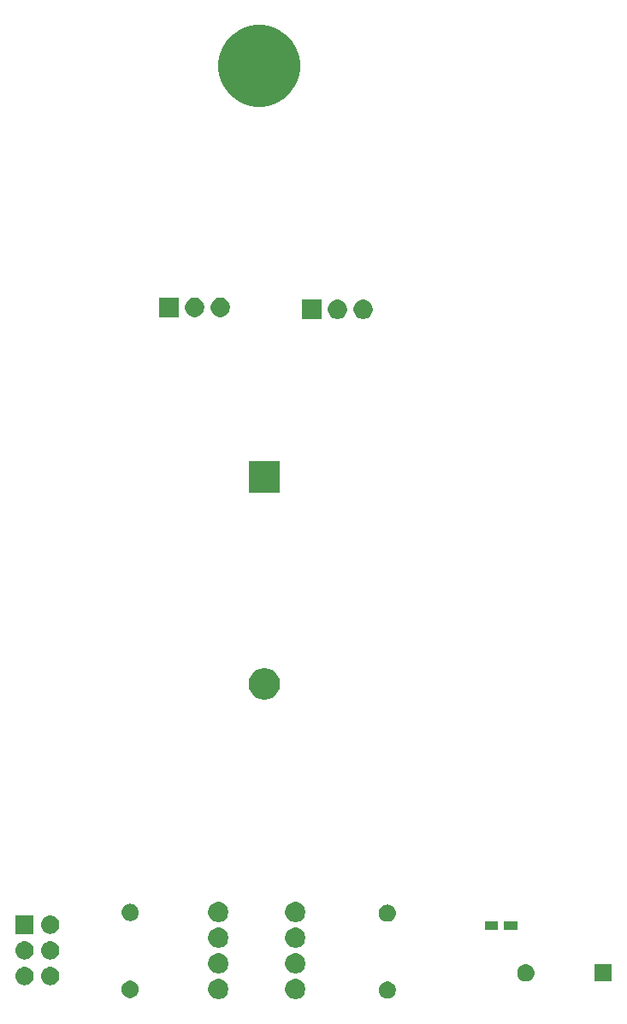
<source format=gbr>
G04 #@! TF.GenerationSoftware,KiCad,Pcbnew,(5.0.2)-1*
G04 #@! TF.CreationDate,2019-08-06T07:14:58-04:00*
G04 #@! TF.ProjectId,LuffyBadge2019_BSides,4c756666-7942-4616-9467-65323031395f,rev?*
G04 #@! TF.SameCoordinates,Original*
G04 #@! TF.FileFunction,Soldermask,Bot*
G04 #@! TF.FilePolarity,Negative*
%FSLAX46Y46*%
G04 Gerber Fmt 4.6, Leading zero omitted, Abs format (unit mm)*
G04 Created by KiCad (PCBNEW (5.0.2)-1) date 8/6/2019 7:14:58 AM*
%MOMM*%
%LPD*%
G01*
G04 APERTURE LIST*
%ADD10C,0.100000*%
G04 APERTURE END LIST*
D10*
G36*
X150557988Y-138636304D02*
X150727710Y-138670063D01*
X150910336Y-138745709D01*
X151074694Y-138855530D01*
X151214470Y-138995306D01*
X151324291Y-139159664D01*
X151399937Y-139342290D01*
X151438500Y-139536164D01*
X151438500Y-139733836D01*
X151399937Y-139927710D01*
X151324291Y-140110336D01*
X151214470Y-140274694D01*
X151074694Y-140414470D01*
X150910336Y-140524291D01*
X150727710Y-140599937D01*
X150557988Y-140633696D01*
X150533837Y-140638500D01*
X150336163Y-140638500D01*
X150312012Y-140633696D01*
X150142290Y-140599937D01*
X149959664Y-140524291D01*
X149795306Y-140414470D01*
X149655530Y-140274694D01*
X149545709Y-140110336D01*
X149470063Y-139927710D01*
X149431500Y-139733836D01*
X149431500Y-139536164D01*
X149470063Y-139342290D01*
X149545709Y-139159664D01*
X149655530Y-138995306D01*
X149795306Y-138855530D01*
X149959664Y-138745709D01*
X150142290Y-138670063D01*
X150312012Y-138636304D01*
X150336163Y-138631500D01*
X150533837Y-138631500D01*
X150557988Y-138636304D01*
X150557988Y-138636304D01*
G37*
G36*
X142937988Y-138636304D02*
X143107710Y-138670063D01*
X143290336Y-138745709D01*
X143454694Y-138855530D01*
X143594470Y-138995306D01*
X143704291Y-139159664D01*
X143779937Y-139342290D01*
X143818500Y-139536164D01*
X143818500Y-139733836D01*
X143779937Y-139927710D01*
X143704291Y-140110336D01*
X143594470Y-140274694D01*
X143454694Y-140414470D01*
X143290336Y-140524291D01*
X143107710Y-140599937D01*
X142937988Y-140633696D01*
X142913837Y-140638500D01*
X142716163Y-140638500D01*
X142692012Y-140633696D01*
X142522290Y-140599937D01*
X142339664Y-140524291D01*
X142175306Y-140414470D01*
X142035530Y-140274694D01*
X141925709Y-140110336D01*
X141850063Y-139927710D01*
X141811500Y-139733836D01*
X141811500Y-139536164D01*
X141850063Y-139342290D01*
X141925709Y-139159664D01*
X142035530Y-138995306D01*
X142175306Y-138855530D01*
X142339664Y-138745709D01*
X142522290Y-138670063D01*
X142692012Y-138636304D01*
X142716163Y-138631500D01*
X142913837Y-138631500D01*
X142937988Y-138636304D01*
X142937988Y-138636304D01*
G37*
G36*
X159798228Y-138931703D02*
X159953100Y-138995853D01*
X160092481Y-139088985D01*
X160211015Y-139207519D01*
X160304147Y-139346900D01*
X160368297Y-139501772D01*
X160401000Y-139666184D01*
X160401000Y-139833816D01*
X160368297Y-139998228D01*
X160304147Y-140153100D01*
X160211015Y-140292481D01*
X160092481Y-140411015D01*
X159953100Y-140504147D01*
X159798228Y-140568297D01*
X159633816Y-140601000D01*
X159466184Y-140601000D01*
X159301772Y-140568297D01*
X159146900Y-140504147D01*
X159007519Y-140411015D01*
X158888985Y-140292481D01*
X158795853Y-140153100D01*
X158731703Y-139998228D01*
X158699000Y-139833816D01*
X158699000Y-139666184D01*
X158731703Y-139501772D01*
X158795853Y-139346900D01*
X158888985Y-139207519D01*
X159007519Y-139088985D01*
X159146900Y-138995853D01*
X159301772Y-138931703D01*
X159466184Y-138899000D01*
X159633816Y-138899000D01*
X159798228Y-138931703D01*
X159798228Y-138931703D01*
G37*
G36*
X134348228Y-138856703D02*
X134503100Y-138920853D01*
X134642481Y-139013985D01*
X134761015Y-139132519D01*
X134854147Y-139271900D01*
X134918297Y-139426772D01*
X134951000Y-139591184D01*
X134951000Y-139758816D01*
X134918297Y-139923228D01*
X134854147Y-140078100D01*
X134761015Y-140217481D01*
X134642481Y-140336015D01*
X134503100Y-140429147D01*
X134348228Y-140493297D01*
X134183816Y-140526000D01*
X134016184Y-140526000D01*
X133851772Y-140493297D01*
X133696900Y-140429147D01*
X133557519Y-140336015D01*
X133438985Y-140217481D01*
X133345853Y-140078100D01*
X133281703Y-139923228D01*
X133249000Y-139758816D01*
X133249000Y-139591184D01*
X133281703Y-139426772D01*
X133345853Y-139271900D01*
X133438985Y-139132519D01*
X133557519Y-139013985D01*
X133696900Y-138920853D01*
X133851772Y-138856703D01*
X134016184Y-138824000D01*
X134183816Y-138824000D01*
X134348228Y-138856703D01*
X134348228Y-138856703D01*
G37*
G36*
X126300443Y-137460519D02*
X126366627Y-137467037D01*
X126479853Y-137501384D01*
X126536467Y-137518557D01*
X126633337Y-137570336D01*
X126692991Y-137602222D01*
X126728729Y-137631552D01*
X126830186Y-137714814D01*
X126913448Y-137816271D01*
X126942778Y-137852009D01*
X126942779Y-137852011D01*
X127026443Y-138008533D01*
X127026443Y-138008534D01*
X127077963Y-138178373D01*
X127095359Y-138355000D01*
X127077963Y-138531627D01*
X127047667Y-138631500D01*
X127026443Y-138701467D01*
X126960947Y-138824000D01*
X126942778Y-138857991D01*
X126917587Y-138888686D01*
X126830186Y-138995186D01*
X126728729Y-139078448D01*
X126692991Y-139107778D01*
X126692989Y-139107779D01*
X126536467Y-139191443D01*
X126483470Y-139207519D01*
X126366627Y-139242963D01*
X126300443Y-139249481D01*
X126234260Y-139256000D01*
X126145740Y-139256000D01*
X126079557Y-139249481D01*
X126013373Y-139242963D01*
X125896530Y-139207519D01*
X125843533Y-139191443D01*
X125687011Y-139107779D01*
X125687009Y-139107778D01*
X125651271Y-139078448D01*
X125549814Y-138995186D01*
X125462413Y-138888686D01*
X125437222Y-138857991D01*
X125419053Y-138824000D01*
X125353557Y-138701467D01*
X125332333Y-138631500D01*
X125302037Y-138531627D01*
X125284641Y-138355000D01*
X125302037Y-138178373D01*
X125353557Y-138008534D01*
X125353557Y-138008533D01*
X125437221Y-137852011D01*
X125437222Y-137852009D01*
X125466552Y-137816271D01*
X125549814Y-137714814D01*
X125651271Y-137631552D01*
X125687009Y-137602222D01*
X125746663Y-137570336D01*
X125843533Y-137518557D01*
X125900147Y-137501384D01*
X126013373Y-137467037D01*
X126079557Y-137460519D01*
X126145740Y-137454000D01*
X126234260Y-137454000D01*
X126300443Y-137460519D01*
X126300443Y-137460519D01*
G37*
G36*
X123760443Y-137460519D02*
X123826627Y-137467037D01*
X123939853Y-137501384D01*
X123996467Y-137518557D01*
X124093337Y-137570336D01*
X124152991Y-137602222D01*
X124188729Y-137631552D01*
X124290186Y-137714814D01*
X124373448Y-137816271D01*
X124402778Y-137852009D01*
X124402779Y-137852011D01*
X124486443Y-138008533D01*
X124486443Y-138008534D01*
X124537963Y-138178373D01*
X124555359Y-138355000D01*
X124537963Y-138531627D01*
X124507667Y-138631500D01*
X124486443Y-138701467D01*
X124420947Y-138824000D01*
X124402778Y-138857991D01*
X124377587Y-138888686D01*
X124290186Y-138995186D01*
X124188729Y-139078448D01*
X124152991Y-139107778D01*
X124152989Y-139107779D01*
X123996467Y-139191443D01*
X123943470Y-139207519D01*
X123826627Y-139242963D01*
X123760443Y-139249481D01*
X123694260Y-139256000D01*
X123605740Y-139256000D01*
X123539557Y-139249481D01*
X123473373Y-139242963D01*
X123356530Y-139207519D01*
X123303533Y-139191443D01*
X123147011Y-139107779D01*
X123147009Y-139107778D01*
X123111271Y-139078448D01*
X123009814Y-138995186D01*
X122922413Y-138888686D01*
X122897222Y-138857991D01*
X122879053Y-138824000D01*
X122813557Y-138701467D01*
X122792333Y-138631500D01*
X122762037Y-138531627D01*
X122744641Y-138355000D01*
X122762037Y-138178373D01*
X122813557Y-138008534D01*
X122813557Y-138008533D01*
X122897221Y-137852011D01*
X122897222Y-137852009D01*
X122926552Y-137816271D01*
X123009814Y-137714814D01*
X123111271Y-137631552D01*
X123147009Y-137602222D01*
X123206663Y-137570336D01*
X123303533Y-137518557D01*
X123360147Y-137501384D01*
X123473373Y-137467037D01*
X123539557Y-137460519D01*
X123605740Y-137454000D01*
X123694260Y-137454000D01*
X123760443Y-137460519D01*
X123760443Y-137460519D01*
G37*
G36*
X181726000Y-138901000D02*
X180024000Y-138901000D01*
X180024000Y-137199000D01*
X181726000Y-137199000D01*
X181726000Y-138901000D01*
X181726000Y-138901000D01*
G37*
G36*
X173421821Y-137211313D02*
X173421824Y-137211314D01*
X173421825Y-137211314D01*
X173582239Y-137259975D01*
X173582241Y-137259976D01*
X173582244Y-137259977D01*
X173730078Y-137338995D01*
X173859659Y-137445341D01*
X173966005Y-137574922D01*
X174045023Y-137722756D01*
X174045024Y-137722759D01*
X174045025Y-137722761D01*
X174091044Y-137874467D01*
X174093687Y-137883179D01*
X174110117Y-138050000D01*
X174093687Y-138216821D01*
X174045023Y-138377244D01*
X173966005Y-138525078D01*
X173859659Y-138654659D01*
X173730078Y-138761005D01*
X173582244Y-138840023D01*
X173582241Y-138840024D01*
X173582239Y-138840025D01*
X173421825Y-138888686D01*
X173421824Y-138888686D01*
X173421821Y-138888687D01*
X173296804Y-138901000D01*
X173213196Y-138901000D01*
X173088179Y-138888687D01*
X173088176Y-138888686D01*
X173088175Y-138888686D01*
X172927761Y-138840025D01*
X172927759Y-138840024D01*
X172927756Y-138840023D01*
X172779922Y-138761005D01*
X172650341Y-138654659D01*
X172543995Y-138525078D01*
X172464977Y-138377244D01*
X172416313Y-138216821D01*
X172399883Y-138050000D01*
X172416313Y-137883179D01*
X172418956Y-137874467D01*
X172464975Y-137722761D01*
X172464976Y-137722759D01*
X172464977Y-137722756D01*
X172543995Y-137574922D01*
X172650341Y-137445341D01*
X172779922Y-137338995D01*
X172927756Y-137259977D01*
X172927759Y-137259976D01*
X172927761Y-137259975D01*
X173088175Y-137211314D01*
X173088176Y-137211314D01*
X173088179Y-137211313D01*
X173213196Y-137199000D01*
X173296804Y-137199000D01*
X173421821Y-137211313D01*
X173421821Y-137211313D01*
G37*
G36*
X142937988Y-136096304D02*
X143107710Y-136130063D01*
X143290336Y-136205709D01*
X143454694Y-136315530D01*
X143594470Y-136455306D01*
X143704291Y-136619664D01*
X143779937Y-136802290D01*
X143813696Y-136972012D01*
X143818500Y-136996163D01*
X143818500Y-137193837D01*
X143813696Y-137217988D01*
X143779937Y-137387710D01*
X143704291Y-137570336D01*
X143594470Y-137734694D01*
X143454694Y-137874470D01*
X143290336Y-137984291D01*
X143107710Y-138059937D01*
X142937988Y-138093696D01*
X142913837Y-138098500D01*
X142716163Y-138098500D01*
X142692012Y-138093696D01*
X142522290Y-138059937D01*
X142339664Y-137984291D01*
X142175306Y-137874470D01*
X142035530Y-137734694D01*
X141925709Y-137570336D01*
X141850063Y-137387710D01*
X141816304Y-137217988D01*
X141811500Y-137193837D01*
X141811500Y-136996163D01*
X141816304Y-136972012D01*
X141850063Y-136802290D01*
X141925709Y-136619664D01*
X142035530Y-136455306D01*
X142175306Y-136315530D01*
X142339664Y-136205709D01*
X142522290Y-136130063D01*
X142692012Y-136096304D01*
X142716163Y-136091500D01*
X142913837Y-136091500D01*
X142937988Y-136096304D01*
X142937988Y-136096304D01*
G37*
G36*
X150557988Y-136096304D02*
X150727710Y-136130063D01*
X150910336Y-136205709D01*
X151074694Y-136315530D01*
X151214470Y-136455306D01*
X151324291Y-136619664D01*
X151399937Y-136802290D01*
X151433696Y-136972012D01*
X151438500Y-136996163D01*
X151438500Y-137193837D01*
X151433696Y-137217988D01*
X151399937Y-137387710D01*
X151324291Y-137570336D01*
X151214470Y-137734694D01*
X151074694Y-137874470D01*
X150910336Y-137984291D01*
X150727710Y-138059937D01*
X150557988Y-138093696D01*
X150533837Y-138098500D01*
X150336163Y-138098500D01*
X150312012Y-138093696D01*
X150142290Y-138059937D01*
X149959664Y-137984291D01*
X149795306Y-137874470D01*
X149655530Y-137734694D01*
X149545709Y-137570336D01*
X149470063Y-137387710D01*
X149436304Y-137217988D01*
X149431500Y-137193837D01*
X149431500Y-136996163D01*
X149436304Y-136972012D01*
X149470063Y-136802290D01*
X149545709Y-136619664D01*
X149655530Y-136455306D01*
X149795306Y-136315530D01*
X149959664Y-136205709D01*
X150142290Y-136130063D01*
X150312012Y-136096304D01*
X150336163Y-136091500D01*
X150533837Y-136091500D01*
X150557988Y-136096304D01*
X150557988Y-136096304D01*
G37*
G36*
X123760442Y-134920518D02*
X123826627Y-134927037D01*
X123939853Y-134961384D01*
X123996467Y-134978557D01*
X124093337Y-135030336D01*
X124152991Y-135062222D01*
X124188729Y-135091552D01*
X124290186Y-135174814D01*
X124373448Y-135276271D01*
X124402778Y-135312009D01*
X124402779Y-135312011D01*
X124486443Y-135468533D01*
X124486443Y-135468534D01*
X124537963Y-135638373D01*
X124555359Y-135815000D01*
X124537963Y-135991627D01*
X124507667Y-136091500D01*
X124486443Y-136161467D01*
X124412348Y-136300087D01*
X124402778Y-136317991D01*
X124373448Y-136353729D01*
X124290186Y-136455186D01*
X124188729Y-136538448D01*
X124152991Y-136567778D01*
X124152989Y-136567779D01*
X123996467Y-136651443D01*
X123939853Y-136668616D01*
X123826627Y-136702963D01*
X123760442Y-136709482D01*
X123694260Y-136716000D01*
X123605740Y-136716000D01*
X123539558Y-136709482D01*
X123473373Y-136702963D01*
X123360147Y-136668616D01*
X123303533Y-136651443D01*
X123147011Y-136567779D01*
X123147009Y-136567778D01*
X123111271Y-136538448D01*
X123009814Y-136455186D01*
X122926552Y-136353729D01*
X122897222Y-136317991D01*
X122887652Y-136300087D01*
X122813557Y-136161467D01*
X122792333Y-136091500D01*
X122762037Y-135991627D01*
X122744641Y-135815000D01*
X122762037Y-135638373D01*
X122813557Y-135468534D01*
X122813557Y-135468533D01*
X122897221Y-135312011D01*
X122897222Y-135312009D01*
X122926552Y-135276271D01*
X123009814Y-135174814D01*
X123111271Y-135091552D01*
X123147009Y-135062222D01*
X123206663Y-135030336D01*
X123303533Y-134978557D01*
X123360147Y-134961384D01*
X123473373Y-134927037D01*
X123539558Y-134920518D01*
X123605740Y-134914000D01*
X123694260Y-134914000D01*
X123760442Y-134920518D01*
X123760442Y-134920518D01*
G37*
G36*
X126300442Y-134920518D02*
X126366627Y-134927037D01*
X126479853Y-134961384D01*
X126536467Y-134978557D01*
X126633337Y-135030336D01*
X126692991Y-135062222D01*
X126728729Y-135091552D01*
X126830186Y-135174814D01*
X126913448Y-135276271D01*
X126942778Y-135312009D01*
X126942779Y-135312011D01*
X127026443Y-135468533D01*
X127026443Y-135468534D01*
X127077963Y-135638373D01*
X127095359Y-135815000D01*
X127077963Y-135991627D01*
X127047667Y-136091500D01*
X127026443Y-136161467D01*
X126952348Y-136300087D01*
X126942778Y-136317991D01*
X126913448Y-136353729D01*
X126830186Y-136455186D01*
X126728729Y-136538448D01*
X126692991Y-136567778D01*
X126692989Y-136567779D01*
X126536467Y-136651443D01*
X126479853Y-136668616D01*
X126366627Y-136702963D01*
X126300442Y-136709482D01*
X126234260Y-136716000D01*
X126145740Y-136716000D01*
X126079558Y-136709482D01*
X126013373Y-136702963D01*
X125900147Y-136668616D01*
X125843533Y-136651443D01*
X125687011Y-136567779D01*
X125687009Y-136567778D01*
X125651271Y-136538448D01*
X125549814Y-136455186D01*
X125466552Y-136353729D01*
X125437222Y-136317991D01*
X125427652Y-136300087D01*
X125353557Y-136161467D01*
X125332333Y-136091500D01*
X125302037Y-135991627D01*
X125284641Y-135815000D01*
X125302037Y-135638373D01*
X125353557Y-135468534D01*
X125353557Y-135468533D01*
X125437221Y-135312011D01*
X125437222Y-135312009D01*
X125466552Y-135276271D01*
X125549814Y-135174814D01*
X125651271Y-135091552D01*
X125687009Y-135062222D01*
X125746663Y-135030336D01*
X125843533Y-134978557D01*
X125900147Y-134961384D01*
X126013373Y-134927037D01*
X126079558Y-134920518D01*
X126145740Y-134914000D01*
X126234260Y-134914000D01*
X126300442Y-134920518D01*
X126300442Y-134920518D01*
G37*
G36*
X142937988Y-133556304D02*
X143107710Y-133590063D01*
X143290336Y-133665709D01*
X143454694Y-133775530D01*
X143594470Y-133915306D01*
X143704291Y-134079664D01*
X143779937Y-134262290D01*
X143818500Y-134456164D01*
X143818500Y-134653836D01*
X143779937Y-134847710D01*
X143704291Y-135030336D01*
X143594470Y-135194694D01*
X143454694Y-135334470D01*
X143290336Y-135444291D01*
X143107710Y-135519937D01*
X142937988Y-135553696D01*
X142913837Y-135558500D01*
X142716163Y-135558500D01*
X142692012Y-135553696D01*
X142522290Y-135519937D01*
X142339664Y-135444291D01*
X142175306Y-135334470D01*
X142035530Y-135194694D01*
X141925709Y-135030336D01*
X141850063Y-134847710D01*
X141811500Y-134653836D01*
X141811500Y-134456164D01*
X141850063Y-134262290D01*
X141925709Y-134079664D01*
X142035530Y-133915306D01*
X142175306Y-133775530D01*
X142339664Y-133665709D01*
X142522290Y-133590063D01*
X142692012Y-133556304D01*
X142716163Y-133551500D01*
X142913837Y-133551500D01*
X142937988Y-133556304D01*
X142937988Y-133556304D01*
G37*
G36*
X150557988Y-133556304D02*
X150727710Y-133590063D01*
X150910336Y-133665709D01*
X151074694Y-133775530D01*
X151214470Y-133915306D01*
X151324291Y-134079664D01*
X151399937Y-134262290D01*
X151438500Y-134456164D01*
X151438500Y-134653836D01*
X151399937Y-134847710D01*
X151324291Y-135030336D01*
X151214470Y-135194694D01*
X151074694Y-135334470D01*
X150910336Y-135444291D01*
X150727710Y-135519937D01*
X150557988Y-135553696D01*
X150533837Y-135558500D01*
X150336163Y-135558500D01*
X150312012Y-135553696D01*
X150142290Y-135519937D01*
X149959664Y-135444291D01*
X149795306Y-135334470D01*
X149655530Y-135194694D01*
X149545709Y-135030336D01*
X149470063Y-134847710D01*
X149431500Y-134653836D01*
X149431500Y-134456164D01*
X149470063Y-134262290D01*
X149545709Y-134079664D01*
X149655530Y-133915306D01*
X149795306Y-133775530D01*
X149959664Y-133665709D01*
X150142290Y-133590063D01*
X150312012Y-133556304D01*
X150336163Y-133551500D01*
X150533837Y-133551500D01*
X150557988Y-133556304D01*
X150557988Y-133556304D01*
G37*
G36*
X124551000Y-134176000D02*
X122749000Y-134176000D01*
X122749000Y-132374000D01*
X124551000Y-132374000D01*
X124551000Y-134176000D01*
X124551000Y-134176000D01*
G37*
G36*
X126300442Y-132380518D02*
X126366627Y-132387037D01*
X126479853Y-132421384D01*
X126536467Y-132438557D01*
X126571427Y-132457244D01*
X126692991Y-132522222D01*
X126702563Y-132530078D01*
X126830186Y-132634814D01*
X126912125Y-132734659D01*
X126942778Y-132772009D01*
X126942779Y-132772011D01*
X127026443Y-132928533D01*
X127026443Y-132928534D01*
X127077963Y-133098373D01*
X127095359Y-133275000D01*
X127077963Y-133451627D01*
X127047667Y-133551500D01*
X127026443Y-133621467D01*
X126952348Y-133760087D01*
X126942778Y-133777991D01*
X126923895Y-133801000D01*
X126830186Y-133915186D01*
X126728729Y-133998448D01*
X126692991Y-134027778D01*
X126692989Y-134027779D01*
X126536467Y-134111443D01*
X126479853Y-134128616D01*
X126366627Y-134162963D01*
X126300442Y-134169482D01*
X126234260Y-134176000D01*
X126145740Y-134176000D01*
X126079558Y-134169482D01*
X126013373Y-134162963D01*
X125900147Y-134128616D01*
X125843533Y-134111443D01*
X125687011Y-134027779D01*
X125687009Y-134027778D01*
X125651271Y-133998448D01*
X125549814Y-133915186D01*
X125456105Y-133801000D01*
X125437222Y-133777991D01*
X125427652Y-133760087D01*
X125353557Y-133621467D01*
X125332333Y-133551500D01*
X125302037Y-133451627D01*
X125284641Y-133275000D01*
X125302037Y-133098373D01*
X125353557Y-132928534D01*
X125353557Y-132928533D01*
X125437221Y-132772011D01*
X125437222Y-132772009D01*
X125467875Y-132734659D01*
X125549814Y-132634814D01*
X125677437Y-132530078D01*
X125687009Y-132522222D01*
X125808573Y-132457244D01*
X125843533Y-132438557D01*
X125900147Y-132421384D01*
X126013373Y-132387037D01*
X126079558Y-132380518D01*
X126145740Y-132374000D01*
X126234260Y-132374000D01*
X126300442Y-132380518D01*
X126300442Y-132380518D01*
G37*
G36*
X170526000Y-133801000D02*
X169224000Y-133801000D01*
X169224000Y-132949000D01*
X170526000Y-132949000D01*
X170526000Y-133801000D01*
X170526000Y-133801000D01*
G37*
G36*
X172426000Y-133801000D02*
X171124000Y-133801000D01*
X171124000Y-132949000D01*
X172426000Y-132949000D01*
X172426000Y-133801000D01*
X172426000Y-133801000D01*
G37*
G36*
X150557988Y-131016304D02*
X150727710Y-131050063D01*
X150910336Y-131125709D01*
X151074694Y-131235530D01*
X151214470Y-131375306D01*
X151324291Y-131539664D01*
X151399937Y-131722290D01*
X151438500Y-131916164D01*
X151438500Y-132113836D01*
X151399937Y-132307710D01*
X151324291Y-132490336D01*
X151214470Y-132654694D01*
X151074694Y-132794470D01*
X150910336Y-132904291D01*
X150727710Y-132979937D01*
X150557988Y-133013696D01*
X150533837Y-133018500D01*
X150336163Y-133018500D01*
X150312012Y-133013696D01*
X150142290Y-132979937D01*
X149959664Y-132904291D01*
X149795306Y-132794470D01*
X149655530Y-132654694D01*
X149545709Y-132490336D01*
X149470063Y-132307710D01*
X149431500Y-132113836D01*
X149431500Y-131916164D01*
X149470063Y-131722290D01*
X149545709Y-131539664D01*
X149655530Y-131375306D01*
X149795306Y-131235530D01*
X149959664Y-131125709D01*
X150142290Y-131050063D01*
X150312012Y-131016304D01*
X150336163Y-131011500D01*
X150533837Y-131011500D01*
X150557988Y-131016304D01*
X150557988Y-131016304D01*
G37*
G36*
X142937988Y-131016304D02*
X143107710Y-131050063D01*
X143290336Y-131125709D01*
X143454694Y-131235530D01*
X143594470Y-131375306D01*
X143704291Y-131539664D01*
X143779937Y-131722290D01*
X143818500Y-131916164D01*
X143818500Y-132113836D01*
X143779937Y-132307710D01*
X143704291Y-132490336D01*
X143594470Y-132654694D01*
X143454694Y-132794470D01*
X143290336Y-132904291D01*
X143107710Y-132979937D01*
X142937988Y-133013696D01*
X142913837Y-133018500D01*
X142716163Y-133018500D01*
X142692012Y-133013696D01*
X142522290Y-132979937D01*
X142339664Y-132904291D01*
X142175306Y-132794470D01*
X142035530Y-132654694D01*
X141925709Y-132490336D01*
X141850063Y-132307710D01*
X141811500Y-132113836D01*
X141811500Y-131916164D01*
X141850063Y-131722290D01*
X141925709Y-131539664D01*
X142035530Y-131375306D01*
X142175306Y-131235530D01*
X142339664Y-131125709D01*
X142522290Y-131050063D01*
X142692012Y-131016304D01*
X142716163Y-131011500D01*
X142913837Y-131011500D01*
X142937988Y-131016304D01*
X142937988Y-131016304D01*
G37*
G36*
X159716821Y-131291313D02*
X159716824Y-131291314D01*
X159716825Y-131291314D01*
X159877239Y-131339975D01*
X159877241Y-131339976D01*
X159877244Y-131339977D01*
X160025078Y-131418995D01*
X160154659Y-131525341D01*
X160261005Y-131654922D01*
X160340023Y-131802756D01*
X160388687Y-131963179D01*
X160405117Y-132130000D01*
X160388687Y-132296821D01*
X160388686Y-132296824D01*
X160388686Y-132296825D01*
X160361321Y-132387037D01*
X160340023Y-132457244D01*
X160261005Y-132605078D01*
X160154659Y-132734659D01*
X160025078Y-132841005D01*
X159877244Y-132920023D01*
X159877241Y-132920024D01*
X159877239Y-132920025D01*
X159716825Y-132968686D01*
X159716824Y-132968686D01*
X159716821Y-132968687D01*
X159591804Y-132981000D01*
X159508196Y-132981000D01*
X159383179Y-132968687D01*
X159383176Y-132968686D01*
X159383175Y-132968686D01*
X159222761Y-132920025D01*
X159222759Y-132920024D01*
X159222756Y-132920023D01*
X159074922Y-132841005D01*
X158945341Y-132734659D01*
X158838995Y-132605078D01*
X158759977Y-132457244D01*
X158738680Y-132387037D01*
X158711314Y-132296825D01*
X158711314Y-132296824D01*
X158711313Y-132296821D01*
X158694883Y-132130000D01*
X158711313Y-131963179D01*
X158759977Y-131802756D01*
X158838995Y-131654922D01*
X158945341Y-131525341D01*
X159074922Y-131418995D01*
X159222756Y-131339977D01*
X159222759Y-131339976D01*
X159222761Y-131339975D01*
X159383175Y-131291314D01*
X159383176Y-131291314D01*
X159383179Y-131291313D01*
X159508196Y-131279000D01*
X159591804Y-131279000D01*
X159716821Y-131291313D01*
X159716821Y-131291313D01*
G37*
G36*
X134266821Y-131216313D02*
X134266824Y-131216314D01*
X134266825Y-131216314D01*
X134427239Y-131264975D01*
X134427241Y-131264976D01*
X134427244Y-131264977D01*
X134575078Y-131343995D01*
X134704659Y-131450341D01*
X134811005Y-131579922D01*
X134890023Y-131727756D01*
X134938687Y-131888179D01*
X134955117Y-132055000D01*
X134938687Y-132221821D01*
X134938686Y-132221824D01*
X134938686Y-132221825D01*
X134912634Y-132307708D01*
X134890023Y-132382244D01*
X134811005Y-132530078D01*
X134704659Y-132659659D01*
X134575078Y-132766005D01*
X134427244Y-132845023D01*
X134427241Y-132845024D01*
X134427239Y-132845025D01*
X134266825Y-132893686D01*
X134266824Y-132893686D01*
X134266821Y-132893687D01*
X134141804Y-132906000D01*
X134058196Y-132906000D01*
X133933179Y-132893687D01*
X133933176Y-132893686D01*
X133933175Y-132893686D01*
X133772761Y-132845025D01*
X133772759Y-132845024D01*
X133772756Y-132845023D01*
X133624922Y-132766005D01*
X133495341Y-132659659D01*
X133388995Y-132530078D01*
X133309977Y-132382244D01*
X133287367Y-132307708D01*
X133261314Y-132221825D01*
X133261314Y-132221824D01*
X133261313Y-132221821D01*
X133244883Y-132055000D01*
X133261313Y-131888179D01*
X133309977Y-131727756D01*
X133388995Y-131579922D01*
X133495341Y-131450341D01*
X133624922Y-131343995D01*
X133772756Y-131264977D01*
X133772759Y-131264976D01*
X133772761Y-131264975D01*
X133933175Y-131216314D01*
X133933176Y-131216314D01*
X133933179Y-131216313D01*
X134058196Y-131204000D01*
X134141804Y-131204000D01*
X134266821Y-131216313D01*
X134266821Y-131216313D01*
G37*
G36*
X147727527Y-107928736D02*
X147827410Y-107948604D01*
X148109674Y-108065521D01*
X148363705Y-108235259D01*
X148579741Y-108451295D01*
X148749479Y-108705326D01*
X148866396Y-108987590D01*
X148926000Y-109287240D01*
X148926000Y-109592760D01*
X148866396Y-109892410D01*
X148749479Y-110174674D01*
X148579741Y-110428705D01*
X148363705Y-110644741D01*
X148109674Y-110814479D01*
X147827410Y-110931396D01*
X147727527Y-110951264D01*
X147527762Y-110991000D01*
X147222238Y-110991000D01*
X147022473Y-110951264D01*
X146922590Y-110931396D01*
X146640326Y-110814479D01*
X146386295Y-110644741D01*
X146170259Y-110428705D01*
X146000521Y-110174674D01*
X145883604Y-109892410D01*
X145824000Y-109592760D01*
X145824000Y-109287240D01*
X145883604Y-108987590D01*
X146000521Y-108705326D01*
X146170259Y-108451295D01*
X146386295Y-108235259D01*
X146640326Y-108065521D01*
X146922590Y-107948604D01*
X147022473Y-107928736D01*
X147222238Y-107889000D01*
X147527762Y-107889000D01*
X147727527Y-107928736D01*
X147727527Y-107928736D01*
G37*
G36*
X148926000Y-90501000D02*
X145824000Y-90501000D01*
X145824000Y-87399000D01*
X148926000Y-87399000D01*
X148926000Y-90501000D01*
X148926000Y-90501000D01*
G37*
G36*
X153026000Y-73326000D02*
X151124000Y-73326000D01*
X151124000Y-71424000D01*
X153026000Y-71424000D01*
X153026000Y-73326000D01*
X153026000Y-73326000D01*
G37*
G36*
X157432396Y-71460546D02*
X157605466Y-71532234D01*
X157761230Y-71636312D01*
X157893688Y-71768770D01*
X157997766Y-71924534D01*
X158069454Y-72097604D01*
X158106000Y-72281333D01*
X158106000Y-72468667D01*
X158069454Y-72652396D01*
X157997766Y-72825466D01*
X157893688Y-72981230D01*
X157761230Y-73113688D01*
X157605466Y-73217766D01*
X157432396Y-73289454D01*
X157248667Y-73326000D01*
X157061333Y-73326000D01*
X156877604Y-73289454D01*
X156704534Y-73217766D01*
X156548770Y-73113688D01*
X156416312Y-72981230D01*
X156312234Y-72825466D01*
X156240546Y-72652396D01*
X156204000Y-72468667D01*
X156204000Y-72281333D01*
X156240546Y-72097604D01*
X156312234Y-71924534D01*
X156416312Y-71768770D01*
X156548770Y-71636312D01*
X156704534Y-71532234D01*
X156877604Y-71460546D01*
X157061333Y-71424000D01*
X157248667Y-71424000D01*
X157432396Y-71460546D01*
X157432396Y-71460546D01*
G37*
G36*
X154892396Y-71460546D02*
X155065466Y-71532234D01*
X155221230Y-71636312D01*
X155353688Y-71768770D01*
X155457766Y-71924534D01*
X155529454Y-72097604D01*
X155566000Y-72281333D01*
X155566000Y-72468667D01*
X155529454Y-72652396D01*
X155457766Y-72825466D01*
X155353688Y-72981230D01*
X155221230Y-73113688D01*
X155065466Y-73217766D01*
X154892396Y-73289454D01*
X154708667Y-73326000D01*
X154521333Y-73326000D01*
X154337604Y-73289454D01*
X154164534Y-73217766D01*
X154008770Y-73113688D01*
X153876312Y-72981230D01*
X153772234Y-72825466D01*
X153700546Y-72652396D01*
X153664000Y-72468667D01*
X153664000Y-72281333D01*
X153700546Y-72097604D01*
X153772234Y-71924534D01*
X153876312Y-71768770D01*
X154008770Y-71636312D01*
X154164534Y-71532234D01*
X154337604Y-71460546D01*
X154521333Y-71424000D01*
X154708667Y-71424000D01*
X154892396Y-71460546D01*
X154892396Y-71460546D01*
G37*
G36*
X143307396Y-71260546D02*
X143480466Y-71332234D01*
X143636230Y-71436312D01*
X143768688Y-71568770D01*
X143872766Y-71724534D01*
X143944454Y-71897604D01*
X143981000Y-72081333D01*
X143981000Y-72268667D01*
X143944454Y-72452396D01*
X143872766Y-72625466D01*
X143768688Y-72781230D01*
X143636230Y-72913688D01*
X143480466Y-73017766D01*
X143307396Y-73089454D01*
X143123667Y-73126000D01*
X142936333Y-73126000D01*
X142752604Y-73089454D01*
X142579534Y-73017766D01*
X142423770Y-72913688D01*
X142291312Y-72781230D01*
X142187234Y-72625466D01*
X142115546Y-72452396D01*
X142079000Y-72268667D01*
X142079000Y-72081333D01*
X142115546Y-71897604D01*
X142187234Y-71724534D01*
X142291312Y-71568770D01*
X142423770Y-71436312D01*
X142579534Y-71332234D01*
X142752604Y-71260546D01*
X142936333Y-71224000D01*
X143123667Y-71224000D01*
X143307396Y-71260546D01*
X143307396Y-71260546D01*
G37*
G36*
X140767396Y-71260546D02*
X140940466Y-71332234D01*
X141096230Y-71436312D01*
X141228688Y-71568770D01*
X141332766Y-71724534D01*
X141404454Y-71897604D01*
X141441000Y-72081333D01*
X141441000Y-72268667D01*
X141404454Y-72452396D01*
X141332766Y-72625466D01*
X141228688Y-72781230D01*
X141096230Y-72913688D01*
X140940466Y-73017766D01*
X140767396Y-73089454D01*
X140583667Y-73126000D01*
X140396333Y-73126000D01*
X140212604Y-73089454D01*
X140039534Y-73017766D01*
X139883770Y-72913688D01*
X139751312Y-72781230D01*
X139647234Y-72625466D01*
X139575546Y-72452396D01*
X139539000Y-72268667D01*
X139539000Y-72081333D01*
X139575546Y-71897604D01*
X139647234Y-71724534D01*
X139751312Y-71568770D01*
X139883770Y-71436312D01*
X140039534Y-71332234D01*
X140212604Y-71260546D01*
X140396333Y-71224000D01*
X140583667Y-71224000D01*
X140767396Y-71260546D01*
X140767396Y-71260546D01*
G37*
G36*
X138901000Y-73126000D02*
X136999000Y-73126000D01*
X136999000Y-71224000D01*
X138901000Y-71224000D01*
X138901000Y-73126000D01*
X138901000Y-73126000D01*
G37*
G36*
X148056632Y-44379677D02*
X148488495Y-44558561D01*
X148793868Y-44685050D01*
X149452889Y-45125394D01*
X149457365Y-45128385D01*
X150021615Y-45692635D01*
X150021617Y-45692638D01*
X150464950Y-46356132D01*
X150464950Y-46356133D01*
X150770323Y-47093368D01*
X150926000Y-47876010D01*
X150926000Y-48673990D01*
X150770323Y-49456632D01*
X150591439Y-49888495D01*
X150464950Y-50193868D01*
X150024606Y-50852889D01*
X150021615Y-50857365D01*
X149457365Y-51421615D01*
X149457362Y-51421617D01*
X148793868Y-51864950D01*
X148488495Y-51991439D01*
X148056632Y-52170323D01*
X147273990Y-52326000D01*
X146476010Y-52326000D01*
X145693368Y-52170323D01*
X145261505Y-51991439D01*
X144956132Y-51864950D01*
X144292638Y-51421617D01*
X144292635Y-51421615D01*
X143728385Y-50857365D01*
X143725394Y-50852889D01*
X143285050Y-50193868D01*
X143158561Y-49888495D01*
X142979677Y-49456632D01*
X142824000Y-48673990D01*
X142824000Y-47876010D01*
X142979677Y-47093368D01*
X143285050Y-46356133D01*
X143285050Y-46356132D01*
X143728383Y-45692638D01*
X143728385Y-45692635D01*
X144292635Y-45128385D01*
X144297111Y-45125394D01*
X144956132Y-44685050D01*
X145261505Y-44558561D01*
X145693368Y-44379677D01*
X146476010Y-44224000D01*
X147273990Y-44224000D01*
X148056632Y-44379677D01*
X148056632Y-44379677D01*
G37*
M02*

</source>
